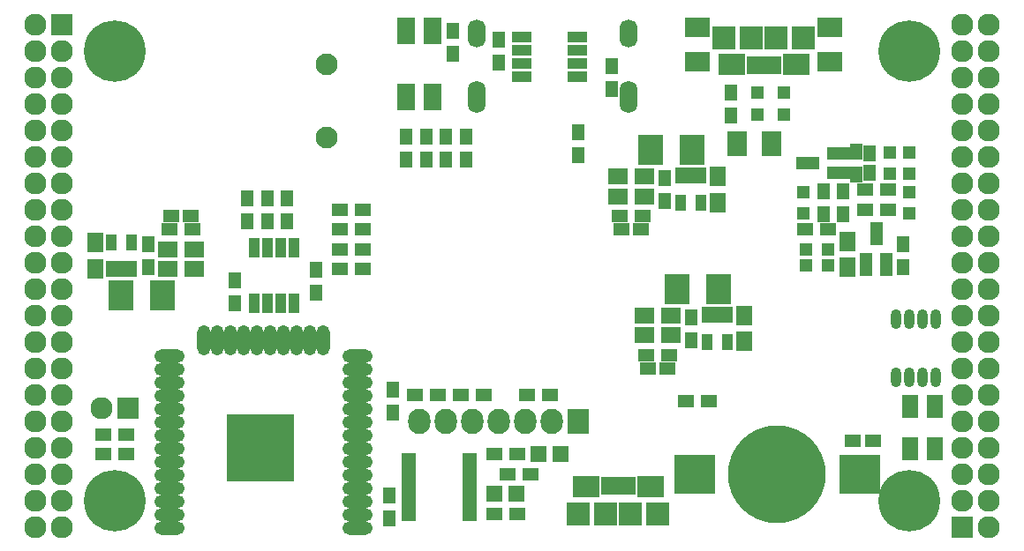
<source format=gbs>
G04 #@! TF.FileFunction,Soldermask,Bot*
%FSLAX46Y46*%
G04 Gerber Fmt 4.6, Leading zero omitted, Abs format (unit mm)*
G04 Created by KiCad (PCBNEW 4.0.5+dfsg1-4) date Sat May  6 12:26:19 2017*
%MOMM*%
%LPD*%
G01*
G04 APERTURE LIST*
%ADD10C,0.100000*%
%ADD11R,3.900000X3.700000*%
%ADD12C,9.400000*%
%ADD13R,2.432000X1.924000*%
%ADD14R,2.400000X2.900000*%
%ADD15R,1.100000X1.600000*%
%ADD16R,1.650000X1.900000*%
%ADD17R,1.900000X1.650000*%
%ADD18R,1.924000X2.432000*%
%ADD19O,1.009600X1.873200*%
%ADD20R,1.200000X1.300000*%
%ADD21R,1.300000X1.200000*%
%ADD22R,2.500000X2.000000*%
%ADD23R,2.300000X2.300000*%
%ADD24R,0.800000X1.750000*%
%ADD25R,2.200000X2.300000*%
%ADD26C,2.100000*%
%ADD27R,1.200000X2.300000*%
%ADD28R,2.300000X1.200000*%
%ADD29R,1.600000X1.150000*%
%ADD30R,1.150000X1.600000*%
%ADD31R,1.600000X1.300000*%
%ADD32R,1.300000X1.600000*%
%ADD33O,1.700000X3.100000*%
%ADD34O,1.700000X2.700000*%
%ADD35R,1.000000X1.950000*%
%ADD36R,1.950000X1.000000*%
%ADD37O,2.900000X1.300000*%
%ADD38O,1.300000X2.900000*%
%ADD39R,6.400000X6.400000*%
%ADD40R,2.127200X2.127200*%
%ADD41O,2.127200X2.127200*%
%ADD42C,5.900000*%
%ADD43R,1.400000X0.800000*%
%ADD44R,1.600000X2.200000*%
%ADD45R,1.800000X2.600000*%
%ADD46R,2.127200X2.432000*%
%ADD47O,2.127200X2.432000*%
%ADD48R,1.598880X1.598880*%
G04 APERTURE END LIST*
D10*
D11*
X174390000Y-105870000D03*
X158590000Y-105870000D03*
D12*
X166490000Y-105870000D03*
D13*
X171570000Y-62944000D03*
X171570000Y-66246000D03*
D14*
X160870000Y-88090000D03*
X156870000Y-88090000D03*
D15*
X159825000Y-90600000D03*
X160775000Y-90600000D03*
X161725000Y-90600000D03*
X161725000Y-93200000D03*
X159825000Y-93200000D03*
D14*
X158330000Y-74755000D03*
X154330000Y-74755000D03*
D15*
X157285000Y-77235000D03*
X158235000Y-77235000D03*
X159185000Y-77235000D03*
X159185000Y-79835000D03*
X157285000Y-79835000D03*
D14*
X103530000Y-88725000D03*
X107530000Y-88725000D03*
D15*
X104575000Y-86215000D03*
X103625000Y-86215000D03*
X102675000Y-86215000D03*
X102675000Y-83615000D03*
X104575000Y-83615000D03*
D16*
X101085000Y-83665000D03*
X101085000Y-86165000D03*
D17*
X153810000Y-90630000D03*
X156310000Y-90630000D03*
X153810000Y-92535000D03*
X156310000Y-92535000D03*
D16*
X163315000Y-93150000D03*
X163315000Y-90650000D03*
D17*
X151270000Y-79200000D03*
X153770000Y-79200000D03*
X151270000Y-77295000D03*
X153770000Y-77295000D03*
D16*
X160775000Y-79815000D03*
X160775000Y-77315000D03*
D17*
X110590000Y-84280000D03*
X108090000Y-84280000D03*
X110590000Y-86185000D03*
X108090000Y-86185000D03*
D18*
X162680000Y-74120000D03*
X165982000Y-74120000D03*
D13*
X158870000Y-66246000D03*
X158870000Y-62944000D03*
D19*
X181730000Y-96599000D03*
X180460000Y-96599000D03*
X179190000Y-96599000D03*
X177920000Y-96599000D03*
X177920000Y-91011000D03*
X179190000Y-91011000D03*
X180460000Y-91011000D03*
X181730000Y-91011000D03*
D16*
X173221000Y-86038000D03*
X173221000Y-83538000D03*
D20*
X169250000Y-84280000D03*
X171350000Y-84280000D03*
D21*
X179190000Y-80885000D03*
X179190000Y-78785000D03*
X177285000Y-74975000D03*
X177285000Y-77075000D03*
X169030000Y-80885000D03*
X169030000Y-78785000D03*
D22*
X154350000Y-107130000D03*
X148150000Y-107130000D03*
D23*
X152450000Y-109680000D03*
X150050000Y-109680000D03*
D24*
X152550000Y-107005000D03*
X151900000Y-107005000D03*
X151250000Y-107005000D03*
X150600000Y-107005000D03*
X149950000Y-107005000D03*
D25*
X155050000Y-109680000D03*
X147450000Y-109680000D03*
D22*
X162120000Y-66510000D03*
X168320000Y-66510000D03*
D23*
X164020000Y-63960000D03*
X166420000Y-63960000D03*
D24*
X163920000Y-66635000D03*
X164570000Y-66635000D03*
X165220000Y-66635000D03*
X165870000Y-66635000D03*
X166520000Y-66635000D03*
D25*
X161420000Y-63960000D03*
X169020000Y-63960000D03*
D26*
X123310000Y-66540000D03*
X123310000Y-73540000D03*
D27*
X176965000Y-85780000D03*
X175065000Y-85780000D03*
X176015000Y-82780000D03*
D28*
X172435000Y-75075000D03*
X172435000Y-76975000D03*
X169435000Y-76025000D03*
D29*
X154110000Y-95710000D03*
X156010000Y-95710000D03*
X151570000Y-82375000D03*
X153470000Y-82375000D03*
X110290000Y-81105000D03*
X108390000Y-81105000D03*
D30*
X175380000Y-75075000D03*
X175380000Y-76975000D03*
D31*
X169200000Y-82375000D03*
X171400000Y-82375000D03*
D32*
X172840000Y-80935000D03*
X172840000Y-78735000D03*
D31*
X177115000Y-80470000D03*
X174915000Y-80470000D03*
D32*
X174110000Y-74925000D03*
X174110000Y-77125000D03*
X178555000Y-83815000D03*
X178555000Y-86015000D03*
D31*
X157770000Y-98885000D03*
X159970000Y-98885000D03*
D32*
X170935000Y-80935000D03*
X170935000Y-78735000D03*
X129280000Y-107900000D03*
X129280000Y-110100000D03*
D31*
X142825000Y-105870000D03*
X140625000Y-105870000D03*
X177115000Y-78565000D03*
X174915000Y-78565000D03*
X153960000Y-94440000D03*
X156160000Y-94440000D03*
X110440000Y-82375000D03*
X108240000Y-82375000D03*
X151420000Y-81105000D03*
X153620000Y-81105000D03*
D32*
X158235000Y-90800000D03*
X158235000Y-93000000D03*
X106165000Y-86015000D03*
X106165000Y-83815000D03*
X155695000Y-77465000D03*
X155695000Y-79665000D03*
D31*
X126782000Y-86185000D03*
X124582000Y-86185000D03*
X126782000Y-84279000D03*
X124582000Y-84279000D03*
X126782000Y-82375000D03*
X124582000Y-82375000D03*
X126782000Y-80470000D03*
X124582000Y-80470000D03*
D32*
X130930000Y-75687000D03*
X130930000Y-73487000D03*
X132835000Y-75687000D03*
X132835000Y-73487000D03*
X134740000Y-75687000D03*
X134740000Y-73487000D03*
X136645000Y-75687000D03*
X136645000Y-73487000D03*
D33*
X152280000Y-69650000D03*
X137680000Y-69650000D03*
D34*
X137680000Y-63600000D03*
X152280000Y-63600000D03*
D35*
X116325000Y-84120000D03*
X117595000Y-84120000D03*
X118865000Y-84120000D03*
X120135000Y-84120000D03*
X120135000Y-89520000D03*
X118865000Y-89520000D03*
X117595000Y-89520000D03*
X116325000Y-89520000D03*
D29*
X173795000Y-102695000D03*
X175695000Y-102695000D03*
D36*
X141980000Y-67705000D03*
X141980000Y-66435000D03*
X141980000Y-65165000D03*
X141980000Y-63895000D03*
X147380000Y-63895000D03*
X147380000Y-65165000D03*
X147380000Y-66435000D03*
X147380000Y-67705000D03*
D20*
X171350000Y-85804000D03*
X169250000Y-85804000D03*
D21*
X179190000Y-77075000D03*
X179190000Y-74975000D03*
D37*
X126260434Y-111030338D03*
X126260434Y-109760338D03*
X126260434Y-108490338D03*
X126260434Y-107220338D03*
X126260434Y-105950338D03*
X126260434Y-104680338D03*
X126260434Y-103410338D03*
X126260434Y-102140338D03*
X126260434Y-100870338D03*
X126260434Y-99600338D03*
X126260434Y-98330338D03*
X126260434Y-97060338D03*
X126260434Y-95790338D03*
X126260434Y-94520338D03*
D38*
X122975434Y-93030338D03*
X121705434Y-93030338D03*
X120435434Y-93030338D03*
X119165434Y-93030338D03*
X117895434Y-93030338D03*
X116625434Y-93030338D03*
X115355434Y-93030338D03*
X114085434Y-93030338D03*
X112815434Y-93030338D03*
X111545434Y-93030338D03*
D37*
X108260434Y-94520338D03*
X108260434Y-95790338D03*
X108260434Y-97060338D03*
X108260434Y-98330338D03*
X108260434Y-99600338D03*
X108260434Y-100870338D03*
X108260434Y-102140338D03*
X108260434Y-103410338D03*
X108260434Y-104680338D03*
X108260434Y-105950338D03*
X108260434Y-107220338D03*
X108260434Y-108490338D03*
X108260434Y-109760338D03*
X108260434Y-111030338D03*
D39*
X116960434Y-103330338D03*
D40*
X97910000Y-62690000D03*
D41*
X95370000Y-62690000D03*
X97910000Y-65230000D03*
X95370000Y-65230000D03*
X97910000Y-67770000D03*
X95370000Y-67770000D03*
X97910000Y-70310000D03*
X95370000Y-70310000D03*
X97910000Y-72850000D03*
X95370000Y-72850000D03*
X97910000Y-75390000D03*
X95370000Y-75390000D03*
X97910000Y-77930000D03*
X95370000Y-77930000D03*
X97910000Y-80470000D03*
X95370000Y-80470000D03*
X97910000Y-83010000D03*
X95370000Y-83010000D03*
X97910000Y-85550000D03*
X95370000Y-85550000D03*
X97910000Y-88090000D03*
X95370000Y-88090000D03*
X97910000Y-90630000D03*
X95370000Y-90630000D03*
X97910000Y-93170000D03*
X95370000Y-93170000D03*
X97910000Y-95710000D03*
X95370000Y-95710000D03*
X97910000Y-98250000D03*
X95370000Y-98250000D03*
X97910000Y-100790000D03*
X95370000Y-100790000D03*
X97910000Y-103330000D03*
X95370000Y-103330000D03*
X97910000Y-105870000D03*
X95370000Y-105870000D03*
X97910000Y-108410000D03*
X95370000Y-108410000D03*
X97910000Y-110950000D03*
X95370000Y-110950000D03*
D40*
X184270000Y-110950000D03*
D41*
X186810000Y-110950000D03*
X184270000Y-108410000D03*
X186810000Y-108410000D03*
X184270000Y-105870000D03*
X186810000Y-105870000D03*
X184270000Y-103330000D03*
X186810000Y-103330000D03*
X184270000Y-100790000D03*
X186810000Y-100790000D03*
X184270000Y-98250000D03*
X186810000Y-98250000D03*
X184270000Y-95710000D03*
X186810000Y-95710000D03*
X184270000Y-93170000D03*
X186810000Y-93170000D03*
X184270000Y-90630000D03*
X186810000Y-90630000D03*
X184270000Y-88090000D03*
X186810000Y-88090000D03*
X184270000Y-85550000D03*
X186810000Y-85550000D03*
X184270000Y-83010000D03*
X186810000Y-83010000D03*
X184270000Y-80470000D03*
X186810000Y-80470000D03*
X184270000Y-77930000D03*
X186810000Y-77930000D03*
X184270000Y-75390000D03*
X186810000Y-75390000D03*
X184270000Y-72850000D03*
X186810000Y-72850000D03*
X184270000Y-70310000D03*
X186810000Y-70310000D03*
X184270000Y-67770000D03*
X186810000Y-67770000D03*
X184270000Y-65230000D03*
X186810000Y-65230000D03*
X184270000Y-62690000D03*
X186810000Y-62690000D03*
D42*
X102990000Y-108410000D03*
X179190000Y-108410000D03*
X179190000Y-65230000D03*
X102990000Y-65230000D03*
D21*
X167125000Y-69260000D03*
X167125000Y-71360000D03*
X164585000Y-69260000D03*
X164585000Y-71360000D03*
D32*
X162045000Y-71410000D03*
X162045000Y-69210000D03*
X139820000Y-66330000D03*
X139820000Y-64130000D03*
X135375000Y-63300000D03*
X135375000Y-65500000D03*
X150615000Y-68870000D03*
X150615000Y-66670000D03*
X147440000Y-75220000D03*
X147440000Y-73020000D03*
D43*
X137005000Y-104215000D03*
X137005000Y-104865000D03*
X137005000Y-105515000D03*
X137005000Y-106165000D03*
X137005000Y-106815000D03*
X137005000Y-107465000D03*
X137005000Y-108115000D03*
X137005000Y-108765000D03*
X137005000Y-109415000D03*
X137005000Y-110065000D03*
X131205000Y-110065000D03*
X131205000Y-109415000D03*
X131205000Y-108765000D03*
X131205000Y-108115000D03*
X131205000Y-107465000D03*
X131205000Y-106815000D03*
X131205000Y-106165000D03*
X131205000Y-105515000D03*
X131205000Y-104865000D03*
X131205000Y-104215000D03*
D32*
X119500000Y-79370000D03*
X119500000Y-81570000D03*
X114480000Y-89500000D03*
X114480000Y-87300000D03*
X129660000Y-99985000D03*
X129660000Y-97785000D03*
X117595000Y-79370000D03*
X117595000Y-81570000D03*
X122280000Y-86300000D03*
X122280000Y-88500000D03*
X115690000Y-79370000D03*
X115690000Y-81570000D03*
D31*
X144730000Y-98250000D03*
X142530000Y-98250000D03*
X138380000Y-98250000D03*
X136180000Y-98250000D03*
X131735000Y-98250000D03*
X133935000Y-98250000D03*
X101890000Y-103965000D03*
X104090000Y-103965000D03*
D44*
X179260000Y-99425000D03*
X179260000Y-103425000D03*
X181660000Y-103425000D03*
X181660000Y-99425000D03*
D45*
X133450000Y-63350000D03*
X133450000Y-69650000D03*
X130950000Y-69650000D03*
X130950000Y-63350000D03*
D40*
X104260000Y-99520000D03*
D41*
X101720000Y-99520000D03*
D46*
X147440000Y-100790000D03*
D47*
X144900000Y-100790000D03*
X142360000Y-100790000D03*
X139820000Y-100790000D03*
X137280000Y-100790000D03*
X134740000Y-100790000D03*
X132200000Y-100790000D03*
D31*
X101890000Y-102060000D03*
X104090000Y-102060000D03*
D48*
X143630980Y-104000000D03*
X145729020Y-104000000D03*
X141504020Y-107775000D03*
X139405980Y-107775000D03*
D31*
X139355000Y-103965000D03*
X141555000Y-103965000D03*
X139355000Y-109680000D03*
X141555000Y-109680000D03*
M02*

</source>
